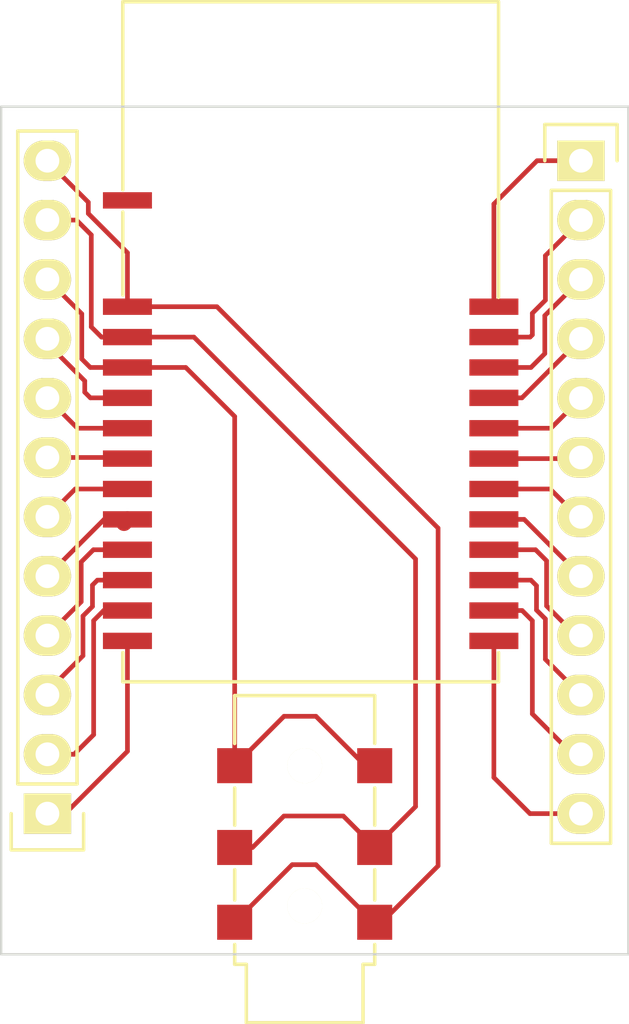
<source format=kicad_pcb>
(kicad_pcb (version 4) (host pcbnew 0.201506042310+5708~23~ubuntu14.04.1-product)

  (general
    (links 30)
    (no_connects 0)
    (area 139.671667 64.042999 172.748334 112.817173)
    (thickness 1.6)
    (drawings 4)
    (tracks 115)
    (zones 0)
    (modules 4)
    (nets 25)
  )

  (page A4)
  (layers
    (0 F.Cu signal)
    (31 B.Cu signal)
    (32 B.Adhes user)
    (33 F.Adhes user)
    (34 B.Paste user)
    (35 F.Paste user)
    (36 B.SilkS user)
    (37 F.SilkS user)
    (38 B.Mask user)
    (39 F.Mask user)
    (40 Dwgs.User user)
    (41 Cmts.User user)
    (42 Eco1.User user)
    (43 Eco2.User user)
    (44 Edge.Cuts user)
    (45 Margin user)
    (46 B.CrtYd user)
    (47 F.CrtYd user)
    (48 B.Fab user)
    (49 F.Fab user)
  )

  (setup
    (last_trace_width 0.2)
    (trace_clearance 0.2)
    (zone_clearance 0.508)
    (zone_45_only no)
    (trace_min 0.2)
    (segment_width 0.2)
    (edge_width 0.1)
    (via_size 0.6)
    (via_drill 0.4)
    (via_min_size 0.4)
    (via_min_drill 0.3)
    (uvia_size 0.3)
    (uvia_drill 0.1)
    (uvias_allowed no)
    (uvia_min_size 0.2)
    (uvia_min_drill 0.1)
    (pcb_text_width 0.3)
    (pcb_text_size 1.5 1.5)
    (mod_edge_width 0.15)
    (mod_text_size 1 1)
    (mod_text_width 0.15)
    (pad_size 1.5 1.5)
    (pad_drill 0.6)
    (pad_to_mask_clearance 0)
    (aux_axis_origin 0 0)
    (visible_elements FFFFFF7F)
    (pcbplotparams
      (layerselection 0x00030_80000001)
      (usegerberextensions false)
      (excludeedgelayer true)
      (linewidth 0.100000)
      (plotframeref false)
      (viasonmask false)
      (mode 1)
      (useauxorigin false)
      (hpglpennumber 1)
      (hpglpenspeed 20)
      (hpglpendiameter 15)
      (hpglpenoverlay 2)
      (psnegative false)
      (psa4output false)
      (plotreference true)
      (plotvalue true)
      (plotinvisibletext false)
      (padsonsilk false)
      (subtractmaskfromsilk false)
      (outputformat 1)
      (mirror false)
      (drillshape 1)
      (scaleselection 1)
      (outputdirectory ""))
  )

  (net 0 "")
  (net 1 "Net-(J1-Pad1)")
  (net 2 "Net-(J1-Pad2)")
  (net 3 "Net-(J1-Pad5)")
  (net 4 "Net-(P1-Pad1)")
  (net 5 "Net-(P1-Pad2)")
  (net 6 "Net-(P1-Pad3)")
  (net 7 "Net-(P1-Pad4)")
  (net 8 "Net-(P1-Pad5)")
  (net 9 "Net-(P1-Pad6)")
  (net 10 "Net-(P1-Pad7)")
  (net 11 "Net-(P1-Pad8)")
  (net 12 "Net-(P1-Pad9)")
  (net 13 "Net-(P2-Pad1)")
  (net 14 "Net-(P2-Pad2)")
  (net 15 "Net-(P2-Pad3)")
  (net 16 "Net-(P2-Pad4)")
  (net 17 "Net-(P2-Pad5)")
  (net 18 "Net-(P2-Pad6)")
  (net 19 "Net-(P2-Pad7)")
  (net 20 "Net-(P2-Pad8)")
  (net 21 "Net-(P2-Pad9)")
  (net 22 "Net-(P2-Pad10)")
  (net 23 "Net-(P2-Pad11)")
  (net 24 "Net-(P2-Pad12)")

  (net_class Default "This is the default net class."
    (clearance 0.2)
    (trace_width 0.2)
    (via_dia 0.6)
    (via_drill 0.4)
    (uvia_dia 0.3)
    (uvia_drill 0.1)
    (add_net "Net-(J1-Pad1)")
    (add_net "Net-(J1-Pad2)")
    (add_net "Net-(J1-Pad5)")
    (add_net "Net-(P1-Pad1)")
    (add_net "Net-(P1-Pad2)")
    (add_net "Net-(P1-Pad3)")
    (add_net "Net-(P1-Pad4)")
    (add_net "Net-(P1-Pad5)")
    (add_net "Net-(P1-Pad6)")
    (add_net "Net-(P1-Pad7)")
    (add_net "Net-(P1-Pad8)")
    (add_net "Net-(P1-Pad9)")
    (add_net "Net-(P2-Pad1)")
    (add_net "Net-(P2-Pad10)")
    (add_net "Net-(P2-Pad11)")
    (add_net "Net-(P2-Pad12)")
    (add_net "Net-(P2-Pad2)")
    (add_net "Net-(P2-Pad3)")
    (add_net "Net-(P2-Pad4)")
    (add_net "Net-(P2-Pad5)")
    (add_net "Net-(P2-Pad6)")
    (add_net "Net-(P2-Pad7)")
    (add_net "Net-(P2-Pad8)")
    (add_net "Net-(P2-Pad9)")
  )

  (module Pin_Headers:Pin_Header_Straight_1x12 (layer F.Cu) (tedit 55784C76) (tstamp 5576E171)
    (at 144.78 99.06 180)
    (descr "Through hole pin header")
    (tags "pin header")
    (path /5576DE6D)
    (fp_text reference P1 (at 0 -5.1 180) (layer F.SilkS) hide
      (effects (font (size 1 1) (thickness 0.15)))
    )
    (fp_text value CONN_01X12 (at 0 -3.1 180) (layer F.Fab) hide
      (effects (font (size 1 1) (thickness 0.15)))
    )
    (fp_line (start -1.75 -1.75) (end -1.75 29.7) (layer F.CrtYd) (width 0.05))
    (fp_line (start 1.75 -1.75) (end 1.75 29.7) (layer F.CrtYd) (width 0.05))
    (fp_line (start -1.75 -1.75) (end 1.75 -1.75) (layer F.CrtYd) (width 0.05))
    (fp_line (start -1.75 29.7) (end 1.75 29.7) (layer F.CrtYd) (width 0.05))
    (fp_line (start 1.27 1.27) (end 1.27 29.21) (layer F.SilkS) (width 0.15))
    (fp_line (start 1.27 29.21) (end -1.27 29.21) (layer F.SilkS) (width 0.15))
    (fp_line (start -1.27 29.21) (end -1.27 1.27) (layer F.SilkS) (width 0.15))
    (fp_line (start 1.55 -1.55) (end 1.55 0) (layer F.SilkS) (width 0.15))
    (fp_line (start 1.27 1.27) (end -1.27 1.27) (layer F.SilkS) (width 0.15))
    (fp_line (start -1.55 0) (end -1.55 -1.55) (layer F.SilkS) (width 0.15))
    (fp_line (start -1.55 -1.55) (end 1.55 -1.55) (layer F.SilkS) (width 0.15))
    (pad 1 thru_hole rect (at 0 0 180) (size 2.032 1.7272) (drill 1.016) (layers *.Cu *.Mask F.SilkS)
      (net 4 "Net-(P1-Pad1)"))
    (pad 2 thru_hole oval (at 0 2.54 180) (size 2.032 1.7272) (drill 1.016) (layers *.Cu *.Mask F.SilkS)
      (net 5 "Net-(P1-Pad2)"))
    (pad 3 thru_hole oval (at 0 5.08 180) (size 2.032 1.7272) (drill 1.016) (layers *.Cu *.Mask F.SilkS)
      (net 6 "Net-(P1-Pad3)"))
    (pad 4 thru_hole oval (at 0 7.62 180) (size 2.032 1.7272) (drill 1.016) (layers *.Cu *.Mask F.SilkS)
      (net 7 "Net-(P1-Pad4)"))
    (pad 5 thru_hole oval (at 0 10.16 180) (size 2.032 1.7272) (drill 1.016) (layers *.Cu *.Mask F.SilkS)
      (net 8 "Net-(P1-Pad5)"))
    (pad 6 thru_hole oval (at 0 12.7 180) (size 2.032 1.7272) (drill 1.016) (layers *.Cu *.Mask F.SilkS)
      (net 9 "Net-(P1-Pad6)"))
    (pad 7 thru_hole oval (at 0 15.24 180) (size 2.032 1.7272) (drill 1.016) (layers *.Cu *.Mask F.SilkS)
      (net 10 "Net-(P1-Pad7)"))
    (pad 8 thru_hole oval (at 0 17.78 180) (size 2.032 1.7272) (drill 1.016) (layers *.Cu *.Mask F.SilkS)
      (net 11 "Net-(P1-Pad8)"))
    (pad 9 thru_hole oval (at 0 20.32 180) (size 2.032 1.7272) (drill 1.016) (layers *.Cu *.Mask F.SilkS)
      (net 12 "Net-(P1-Pad9)"))
    (pad 10 thru_hole oval (at 0 22.86 180) (size 2.032 1.7272) (drill 1.016) (layers *.Cu *.Mask F.SilkS)
      (net 3 "Net-(J1-Pad5)"))
    (pad 11 thru_hole oval (at 0 25.4 180) (size 2.032 1.7272) (drill 1.016) (layers *.Cu *.Mask F.SilkS)
      (net 2 "Net-(J1-Pad2)"))
    (pad 12 thru_hole oval (at 0 27.94 180) (size 2.032 1.7272) (drill 1.016) (layers *.Cu *.Mask F.SilkS)
      (net 1 "Net-(J1-Pad1)"))
    (model Pin_Headers.3dshapes/Pin_Header_Straight_1x12.wrl
      (at (xyz 0 -0.55 0))
      (scale (xyz 1 1 1))
      (rotate (xyz 0 0 90))
    )
  )

  (module Pin_Headers:Pin_Header_Straight_1x12 (layer F.Cu) (tedit 55784C70) (tstamp 5576E181)
    (at 167.64 71.12)
    (descr "Through hole pin header")
    (tags "pin header")
    (path /5576DF5A)
    (fp_text reference P2 (at 0 -5.1) (layer F.SilkS) hide
      (effects (font (size 1 1) (thickness 0.15)))
    )
    (fp_text value CONN_01X12 (at 0 -3.1) (layer F.Fab) hide
      (effects (font (size 1 1) (thickness 0.15)))
    )
    (fp_line (start -1.75 -1.75) (end -1.75 29.7) (layer F.CrtYd) (width 0.05))
    (fp_line (start 1.75 -1.75) (end 1.75 29.7) (layer F.CrtYd) (width 0.05))
    (fp_line (start -1.75 -1.75) (end 1.75 -1.75) (layer F.CrtYd) (width 0.05))
    (fp_line (start -1.75 29.7) (end 1.75 29.7) (layer F.CrtYd) (width 0.05))
    (fp_line (start 1.27 1.27) (end 1.27 29.21) (layer F.SilkS) (width 0.15))
    (fp_line (start 1.27 29.21) (end -1.27 29.21) (layer F.SilkS) (width 0.15))
    (fp_line (start -1.27 29.21) (end -1.27 1.27) (layer F.SilkS) (width 0.15))
    (fp_line (start 1.55 -1.55) (end 1.55 0) (layer F.SilkS) (width 0.15))
    (fp_line (start 1.27 1.27) (end -1.27 1.27) (layer F.SilkS) (width 0.15))
    (fp_line (start -1.55 0) (end -1.55 -1.55) (layer F.SilkS) (width 0.15))
    (fp_line (start -1.55 -1.55) (end 1.55 -1.55) (layer F.SilkS) (width 0.15))
    (pad 1 thru_hole rect (at 0 0) (size 2.032 1.7272) (drill 1.016) (layers *.Cu *.Mask F.SilkS)
      (net 13 "Net-(P2-Pad1)"))
    (pad 2 thru_hole oval (at 0 2.54) (size 2.032 1.7272) (drill 1.016) (layers *.Cu *.Mask F.SilkS)
      (net 14 "Net-(P2-Pad2)"))
    (pad 3 thru_hole oval (at 0 5.08) (size 2.032 1.7272) (drill 1.016) (layers *.Cu *.Mask F.SilkS)
      (net 15 "Net-(P2-Pad3)"))
    (pad 4 thru_hole oval (at 0 7.62) (size 2.032 1.7272) (drill 1.016) (layers *.Cu *.Mask F.SilkS)
      (net 16 "Net-(P2-Pad4)"))
    (pad 5 thru_hole oval (at 0 10.16) (size 2.032 1.7272) (drill 1.016) (layers *.Cu *.Mask F.SilkS)
      (net 17 "Net-(P2-Pad5)"))
    (pad 6 thru_hole oval (at 0 12.7) (size 2.032 1.7272) (drill 1.016) (layers *.Cu *.Mask F.SilkS)
      (net 18 "Net-(P2-Pad6)"))
    (pad 7 thru_hole oval (at 0 15.24) (size 2.032 1.7272) (drill 1.016) (layers *.Cu *.Mask F.SilkS)
      (net 19 "Net-(P2-Pad7)"))
    (pad 8 thru_hole oval (at 0 17.78) (size 2.032 1.7272) (drill 1.016) (layers *.Cu *.Mask F.SilkS)
      (net 20 "Net-(P2-Pad8)"))
    (pad 9 thru_hole oval (at 0 20.32) (size 2.032 1.7272) (drill 1.016) (layers *.Cu *.Mask F.SilkS)
      (net 21 "Net-(P2-Pad9)"))
    (pad 10 thru_hole oval (at 0 22.86) (size 2.032 1.7272) (drill 1.016) (layers *.Cu *.Mask F.SilkS)
      (net 22 "Net-(P2-Pad10)"))
    (pad 11 thru_hole oval (at 0 25.4) (size 2.032 1.7272) (drill 1.016) (layers *.Cu *.Mask F.SilkS)
      (net 23 "Net-(P2-Pad11)"))
    (pad 12 thru_hole oval (at 0 27.94) (size 2.032 1.7272) (drill 1.016) (layers *.Cu *.Mask F.SilkS)
      (net 24 "Net-(P2-Pad12)"))
    (model Pin_Headers.3dshapes/Pin_Header_Straight_1x12.wrl
      (at (xyz 0 -0.55 0))
      (scale (xyz 1 1 1))
      (rotate (xyz 0 0 90))
    )
  )

  (module my_modules:XS3868 (layer F.Cu) (tedit 55784D7E) (tstamp 5576E19E)
    (at 148.209 93.218)
    (path /5576DBD3)
    (fp_text reference U1 (at 7.8 -18.7) (layer F.SilkS) hide
      (effects (font (size 1.5 1.5) (thickness 0.15)))
    )
    (fp_text value XS3860 (at 7.874 -21.463) (layer F.Fab)
      (effects (font (size 1.5 1.5) (thickness 0.15)))
    )
    (fp_line (start -0.2 -1.05) (end -0.2 0.2) (layer F.SilkS) (width 0.15))
    (fp_line (start -0.2 0.2) (end 15.9 0.2) (layer F.SilkS) (width 0.15))
    (fp_line (start 15.9 0.2) (end 15.9 -1.05) (layer F.SilkS) (width 0.15))
    (fp_line (start -0.2 -19.9) (end -0.2 -16.35) (layer F.SilkS) (width 0.15))
    (fp_line (start 15.9 -16.25) (end 15.9 -28.9) (layer F.SilkS) (width 0.15))
    (fp_line (start 15.9 -28.9) (end -0.2 -28.9) (layer F.SilkS) (width 0.15))
    (fp_line (start -0.2 -28.9) (end -0.2 -20.85) (layer F.SilkS) (width 0.15))
    (pad 1 smd rect (at 0 -20.4) (size 2.1 0.7) (layers F.Cu F.Paste F.Mask))
    (pad 2 smd rect (at 0 -15.85) (size 2.1 0.7) (layers F.Cu F.Paste F.Mask)
      (net 1 "Net-(J1-Pad1)"))
    (pad 3 smd rect (at 0 -14.55) (size 2.1 0.7) (layers F.Cu F.Paste F.Mask)
      (net 2 "Net-(J1-Pad2)"))
    (pad 4 smd rect (at 0 -13.25) (size 2.1 0.7) (layers F.Cu F.Paste F.Mask)
      (net 3 "Net-(J1-Pad5)"))
    (pad 5 smd rect (at 0 -11.95) (size 2.1 0.7) (layers F.Cu F.Paste F.Mask)
      (net 12 "Net-(P1-Pad9)"))
    (pad 6 smd rect (at 0 -10.65) (size 2.1 0.7) (layers F.Cu F.Paste F.Mask)
      (net 11 "Net-(P1-Pad8)"))
    (pad 7 smd rect (at 0 -9.35) (size 2.1 0.7) (layers F.Cu F.Paste F.Mask)
      (net 10 "Net-(P1-Pad7)"))
    (pad 8 smd rect (at 0 -8.05) (size 2.1 0.7) (layers F.Cu F.Paste F.Mask)
      (net 9 "Net-(P1-Pad6)"))
    (pad 9 smd rect (at 0 -6.75) (size 2.1 0.7) (layers F.Cu F.Paste F.Mask)
      (net 8 "Net-(P1-Pad5)"))
    (pad 10 smd rect (at 0 -5.45) (size 2.1 0.7) (layers F.Cu F.Paste F.Mask)
      (net 7 "Net-(P1-Pad4)"))
    (pad 11 smd rect (at 0 -4.15) (size 2.1 0.7) (layers F.Cu F.Paste F.Mask)
      (net 6 "Net-(P1-Pad3)"))
    (pad 12 smd rect (at 0 -2.85) (size 2.1 0.7) (layers F.Cu F.Paste F.Mask)
      (net 5 "Net-(P1-Pad2)"))
    (pad 13 smd rect (at 0 -1.55) (size 2.1 0.7) (layers F.Cu F.Paste F.Mask)
      (net 4 "Net-(P1-Pad1)"))
    (pad 25 smd rect (at 15.7 -15.85) (size 2.1 0.7) (layers F.Cu F.Paste F.Mask)
      (net 13 "Net-(P2-Pad1)"))
    (pad 24 smd rect (at 15.7 -14.55) (size 2.1 0.7) (layers F.Cu F.Paste F.Mask)
      (net 14 "Net-(P2-Pad2)"))
    (pad 23 smd rect (at 15.7 -13.25) (size 2.1 0.7) (layers F.Cu F.Paste F.Mask)
      (net 15 "Net-(P2-Pad3)"))
    (pad 22 smd rect (at 15.7 -11.95) (size 2.1 0.7) (layers F.Cu F.Paste F.Mask)
      (net 16 "Net-(P2-Pad4)"))
    (pad 21 smd rect (at 15.7 -10.65) (size 2.1 0.7) (layers F.Cu F.Paste F.Mask)
      (net 17 "Net-(P2-Pad5)"))
    (pad 20 smd rect (at 15.7 -9.35) (size 2.1 0.7) (layers F.Cu F.Paste F.Mask)
      (net 18 "Net-(P2-Pad6)"))
    (pad 19 smd rect (at 15.7 -8.05) (size 2.1 0.7) (layers F.Cu F.Paste F.Mask)
      (net 19 "Net-(P2-Pad7)"))
    (pad 18 smd rect (at 15.7 -6.75) (size 2.1 0.7) (layers F.Cu F.Paste F.Mask)
      (net 20 "Net-(P2-Pad8)"))
    (pad 17 smd rect (at 15.7 -5.45) (size 2.1 0.7) (layers F.Cu F.Paste F.Mask)
      (net 21 "Net-(P2-Pad9)"))
    (pad 16 smd rect (at 15.7 -4.15) (size 2.1 0.7) (layers F.Cu F.Paste F.Mask)
      (net 22 "Net-(P2-Pad10)"))
    (pad 15 smd rect (at 15.7 -2.85) (size 2.1 0.7) (layers F.Cu F.Paste F.Mask)
      (net 23 "Net-(P2-Pad11)"))
    (pad 14 smd rect (at 15.7 -1.55) (size 2.1 0.7) (layers F.Cu F.Paste F.Mask)
      (net 24 "Net-(P2-Pad12)"))
  )

  (module my_modules:3.5mm_stereo_jack_PJ242 (layer F.Cu) (tedit 55784D73) (tstamp 55784CB1)
    (at 155.8036 103.7082 180)
    (path /5576DC76)
    (fp_text reference J1 (at -5.1816 -0.5334 180) (layer F.SilkS) hide
      (effects (font (size 0.39878 0.39878) (thickness 0.0508)))
    )
    (fp_text value "" (at 7.2 3 270) (layer F.SilkS) hide
      (effects (font (thickness 0.3048)))
    )
    (fp_line (start -3 2.25) (end -3 0.95) (layer F.SilkS) (width 0.15))
    (fp_line (start -3 5.75) (end -3 4.15) (layer F.SilkS) (width 0.15))
    (fp_line (start 3 7.65) (end 3 9.7) (layer F.SilkS) (width 0.15))
    (fp_line (start 3 9.7) (end -3 9.7) (layer F.SilkS) (width 0.15))
    (fp_line (start -3 9.7) (end -3 7.65) (layer F.SilkS) (width 0.15))
    (fp_line (start 3 4.15) (end 3 5.75) (layer F.SilkS) (width 0.15))
    (fp_line (start 3 0.95) (end 3 2.25) (layer F.SilkS) (width 0.15))
    (fp_line (start -3 -0.95) (end -3 -1.8) (layer F.SilkS) (width 0.15))
    (fp_line (start -3 -1.8) (end -2.5 -1.8) (layer F.SilkS) (width 0.15))
    (fp_line (start -2.5 -1.8) (end -2.5 -4.3) (layer F.SilkS) (width 0.15))
    (fp_line (start -2.5 -4.3) (end 2.5 -4.3) (layer F.SilkS) (width 0.15))
    (fp_line (start 2.5 -4.3) (end 2.5 -1.8) (layer F.SilkS) (width 0.15))
    (fp_line (start 2.5 -1.8) (end 3 -1.8) (layer F.SilkS) (width 0.15))
    (fp_line (start 3 -1.8) (end 3 -0.95) (layer F.SilkS) (width 0.15))
    (pad 5 smd rect (at 3 6.7 180) (size 1.5 1.5) (layers F.Cu F.Paste F.Mask)
      (net 3 "Net-(J1-Pad5)"))
    (pad 5 smd rect (at -3 6.7 180) (size 1.5 1.5) (layers F.Cu F.Paste F.Mask)
      (net 3 "Net-(J1-Pad5)"))
    (pad 2 smd rect (at -3 3.2 180) (size 1.5 1.5) (layers F.Cu F.Paste F.Mask)
      (net 2 "Net-(J1-Pad2)"))
    (pad 1 smd rect (at 3 0 180) (size 1.5 1.5) (layers F.Cu F.Paste F.Mask)
      (net 1 "Net-(J1-Pad1)"))
    (pad "" np_thru_hole circle (at 0 6.7 180) (size 1.5 1.5) (drill 1.5) (layers *.Cu *.Mask F.SilkS))
    (pad 2 smd rect (at 3 3.2 180) (size 1.5 1.5) (layers F.Cu F.Paste F.Mask)
      (net 2 "Net-(J1-Pad2)"))
    (pad 1 smd rect (at -3 0 180) (size 1.5 1.5) (layers F.Cu F.Paste F.Mask)
      (net 1 "Net-(J1-Pad1)"))
    (pad "" np_thru_hole circle (at 0 0.7 180) (size 1.5 1.5) (drill 1.5) (layers *.Cu *.Mask F.SilkS))
  )

  (gr_line (start 142.7988 68.8086) (end 169.672 68.8086) (angle 90) (layer Edge.Cuts) (width 0.1))
  (gr_line (start 142.7988 105.0798) (end 142.7988 68.8086) (angle 90) (layer Edge.Cuts) (width 0.1))
  (gr_line (start 169.672 105.0798) (end 142.7988 105.0798) (angle 90) (layer Edge.Cuts) (width 0.1))
  (gr_line (start 169.672 68.8086) (end 169.672 105.0798) (angle 90) (layer Edge.Cuts) (width 0.1))

  (segment (start 148.209 75.057) (end 148.209 77.368) (width 0.2) (layer F.Cu) (net 1) (tstamp 55784FA1))
  (segment (start 146.5326 73.3806) (end 148.209 75.057) (width 0.2) (layer F.Cu) (net 1) (tstamp 55784FA0))
  (segment (start 146.5326 72.898) (end 146.5326 73.3806) (width 0.2) (layer F.Cu) (net 1) (tstamp 55784F9F))
  (segment (start 144.78 71.1454) (end 146.5326 72.898) (width 0.2) (layer F.Cu) (net 1) (tstamp 55784F9E))
  (segment (start 144.78 71.12) (end 144.78 71.1454) (width 0.2) (layer F.Cu) (net 1))
  (segment (start 155.2674 101.2444) (end 152.8036 103.7082) (width 0.2) (layer F.Cu) (net 1) (tstamp 5578502D))
  (segment (start 156.2862 101.2444) (end 155.2674 101.2444) (width 0.2) (layer F.Cu) (net 1) (tstamp 5578502B))
  (segment (start 158.75 103.7082) (end 156.2862 101.2444) (width 0.2) (layer F.Cu) (net 1) (tstamp 5578502A))
  (segment (start 158.8036 103.7082) (end 158.75 103.7082) (width 0.2) (layer F.Cu) (net 1))
  (segment (start 161.5186 101.2952) (end 161.5186 86.8426) (width 0.2) (layer F.Cu) (net 1) (tstamp 5578504F))
  (segment (start 161.5186 86.8426) (end 152.044 77.368) (width 0.2) (layer F.Cu) (net 1) (tstamp 55785051))
  (segment (start 152.044 77.368) (end 148.209 77.368) (width 0.2) (layer F.Cu) (net 1) (tstamp 55785053))
  (segment (start 159.1056 103.7082) (end 161.5186 101.2952) (width 0.2) (layer F.Cu) (net 1) (tstamp 5578504E))
  (segment (start 158.8036 103.7082) (end 159.1056 103.7082) (width 0.2) (layer F.Cu) (net 1))
  (segment (start 147.0956 78.668) (end 146.6596 78.232) (width 0.2) (layer F.Cu) (net 2) (tstamp 55784F98))
  (segment (start 146.6596 78.232) (end 146.6596 74.295) (width 0.2) (layer F.Cu) (net 2) (tstamp 55784F99))
  (segment (start 146.6596 74.295) (end 146.0246 73.66) (width 0.2) (layer F.Cu) (net 2) (tstamp 55784F9A))
  (segment (start 146.0246 73.66) (end 144.78 73.66) (width 0.2) (layer F.Cu) (net 2) (tstamp 55784F9B))
  (segment (start 148.209 78.668) (end 147.0956 78.668) (width 0.2) (layer F.Cu) (net 2))
  (segment (start 157.457 99.1616) (end 158.8036 100.5082) (width 0.2) (layer F.Cu) (net 2) (tstamp 55785035))
  (segment (start 154.9146 99.1616) (end 157.457 99.1616) (width 0.2) (layer F.Cu) (net 2) (tstamp 55785033))
  (segment (start 153.568 100.5082) (end 154.9146 99.1616) (width 0.2) (layer F.Cu) (net 2) (tstamp 55785032))
  (segment (start 152.8036 100.5082) (end 153.568 100.5082) (width 0.2) (layer F.Cu) (net 2))
  (segment (start 151.058 78.668) (end 160.5534 88.1634) (width 0.2) (layer F.Cu) (net 2) (tstamp 55785046))
  (segment (start 160.5534 88.1634) (end 160.5534 98.7584) (width 0.2) (layer F.Cu) (net 2) (tstamp 55785048))
  (segment (start 160.5534 98.7584) (end 158.8036 100.5082) (width 0.2) (layer F.Cu) (net 2) (tstamp 5578504A))
  (segment (start 148.209 78.668) (end 151.058 78.668) (width 0.2) (layer F.Cu) (net 2))
  (segment (start 146.2532 77.6732) (end 144.78 76.2) (width 0.2) (layer F.Cu) (net 3) (tstamp 55784F94))
  (segment (start 146.2532 79.6036) (end 146.2532 77.6732) (width 0.2) (layer F.Cu) (net 3) (tstamp 55784F93))
  (segment (start 146.6176 79.968) (end 146.2532 79.6036) (width 0.2) (layer F.Cu) (net 3) (tstamp 55784F92))
  (segment (start 148.209 79.968) (end 146.6176 79.968) (width 0.2) (layer F.Cu) (net 3))
  (segment (start 154.9174 94.8944) (end 152.8036 97.0082) (width 0.2) (layer F.Cu) (net 3) (tstamp 5578503C))
  (segment (start 156.2862 94.8944) (end 154.9174 94.8944) (width 0.2) (layer F.Cu) (net 3) (tstamp 5578503A))
  (segment (start 158.4 97.0082) (end 156.2862 94.8944) (width 0.2) (layer F.Cu) (net 3) (tstamp 55785039))
  (segment (start 158.8036 97.0082) (end 158.4 97.0082) (width 0.2) (layer F.Cu) (net 3))
  (segment (start 152.8036 82.0646) (end 150.707 79.968) (width 0.2) (layer F.Cu) (net 3) (tstamp 55785040))
  (segment (start 150.707 79.968) (end 148.209 79.968) (width 0.2) (layer F.Cu) (net 3) (tstamp 55785042))
  (segment (start 152.8036 97.0082) (end 152.8036 82.0646) (width 0.2) (layer F.Cu) (net 3))
  (segment (start 145.542 99.06) (end 147.574 97.028) (width 0.2) (layer F.Cu) (net 4) (tstamp 55784FC3))
  (segment (start 144.78 99.06) (end 145.542 99.06) (width 0.2) (layer F.Cu) (net 4))
  (segment (start 148.209 96.393) (end 147.574 97.028) (width 0.2) (layer F.Cu) (net 4) (tstamp 55784FC9))
  (segment (start 148.209 91.668) (end 148.209 96.393) (width 0.2) (layer F.Cu) (net 4))
  (segment (start 145.923 96.52) (end 144.78 96.52) (width 0.2) (layer F.Cu) (net 5) (tstamp 55784FBF))
  (segment (start 146.7612 95.6818) (end 145.923 96.52) (width 0.2) (layer F.Cu) (net 5) (tstamp 55784FBE))
  (segment (start 146.7612 90.798602) (end 146.7612 95.6818) (width 0.2) (layer F.Cu) (net 5) (tstamp 55784FBD))
  (segment (start 147.191802 90.368) (end 146.7612 90.798602) (width 0.2) (layer F.Cu) (net 5) (tstamp 55784FBC))
  (segment (start 148.209 90.368) (end 147.191802 90.368) (width 0.2) (layer F.Cu) (net 5))
  (segment (start 146.9234 89.068) (end 148.209 89.068) (width 0.2) (layer F.Cu) (net 6) (tstamp 55784FB9))
  (segment (start 146.7104 89.281) (end 146.9234 89.068) (width 0.2) (layer F.Cu) (net 6) (tstamp 55784FB8))
  (segment (start 146.7104 90.1954) (end 146.7104 89.281) (width 0.2) (layer F.Cu) (net 6) (tstamp 55784FB7))
  (segment (start 146.304 90.6018) (end 146.7104 90.1954) (width 0.2) (layer F.Cu) (net 6) (tstamp 55784FB6))
  (segment (start 146.304 92.3036) (end 146.304 90.6018) (width 0.2) (layer F.Cu) (net 6) (tstamp 55784FB4))
  (segment (start 144.78 93.8276) (end 146.304 92.3036) (width 0.2) (layer F.Cu) (net 6) (tstamp 55784FB3))
  (segment (start 144.78 93.98) (end 144.78 93.8276) (width 0.2) (layer F.Cu) (net 6))
  (segment (start 146.7502 87.768) (end 146.2278 88.2904) (width 0.2) (layer F.Cu) (net 7) (tstamp 55784FAD))
  (segment (start 146.2278 88.2904) (end 146.2278 89.9922) (width 0.2) (layer F.Cu) (net 7) (tstamp 55784FAE))
  (segment (start 146.2278 89.9922) (end 144.78 91.44) (width 0.2) (layer F.Cu) (net 7) (tstamp 55784FAF))
  (segment (start 148.209 87.768) (end 146.7502 87.768) (width 0.2) (layer F.Cu) (net 7))
  (segment (start 148.063 86.614) (end 148.209 86.468) (width 0.7) (layer F.Cu) (net 8) (tstamp 55784E52))
  (segment (start 147.212 86.468) (end 144.78 88.9) (width 0.2) (layer F.Cu) (net 8) (tstamp 55784FA9))
  (segment (start 148.209 86.468) (end 147.212 86.468) (width 0.2) (layer F.Cu) (net 8))
  (segment (start 145.972 85.168) (end 144.78 86.36) (width 0.2) (layer F.Cu) (net 9) (tstamp 55784FA5))
  (segment (start 148.209 85.168) (end 145.972 85.168) (width 0.2) (layer F.Cu) (net 9))
  (segment (start 148.161 83.82) (end 148.209 83.868) (width 0.2) (layer F.Cu) (net 10) (tstamp 55784F85))
  (segment (start 144.78 83.82) (end 148.161 83.82) (width 0.2) (layer F.Cu) (net 10))
  (segment (start 146.068 82.568) (end 144.78 81.28) (width 0.2) (layer F.Cu) (net 11) (tstamp 55784F88))
  (segment (start 148.209 82.568) (end 146.068 82.568) (width 0.2) (layer F.Cu) (net 11))
  (segment (start 146.6222 81.268) (end 148.209 81.268) (width 0.2) (layer F.Cu) (net 12) (tstamp 55784F8F))
  (segment (start 146.3802 81.026) (end 146.6222 81.268) (width 0.2) (layer F.Cu) (net 12) (tstamp 55784F8E))
  (segment (start 146.3802 80.5434) (end 146.3802 81.026) (width 0.2) (layer F.Cu) (net 12) (tstamp 55784F8D))
  (segment (start 144.78 78.9432) (end 146.3802 80.5434) (width 0.2) (layer F.Cu) (net 12) (tstamp 55784F8C))
  (segment (start 144.78 78.74) (end 144.78 78.9432) (width 0.2) (layer F.Cu) (net 12))
  (segment (start 163.909 72.9714) (end 165.7604 71.12) (width 0.2) (layer F.Cu) (net 13) (tstamp 5578500A))
  (segment (start 165.7604 71.12) (end 167.64 71.12) (width 0.2) (layer F.Cu) (net 13) (tstamp 5578500C))
  (segment (start 163.909 77.368) (end 163.909 72.9714) (width 0.2) (layer F.Cu) (net 13))
  (segment (start 165.4598 78.668) (end 165.5572 78.5706) (width 0.2) (layer F.Cu) (net 14) (tstamp 55785002))
  (segment (start 165.5572 78.5706) (end 165.5572 77.6478) (width 0.2) (layer F.Cu) (net 14) (tstamp 55785003))
  (segment (start 165.5572 77.6478) (end 166.116 77.089) (width 0.2) (layer F.Cu) (net 14) (tstamp 55785004))
  (segment (start 166.116 77.089) (end 166.116 75.184) (width 0.2) (layer F.Cu) (net 14) (tstamp 55785005))
  (segment (start 166.116 75.184) (end 167.64 73.66) (width 0.2) (layer F.Cu) (net 14) (tstamp 55785006))
  (segment (start 163.909 78.668) (end 165.4598 78.668) (width 0.2) (layer F.Cu) (net 14))
  (segment (start 165.4976 79.968) (end 166.0906 79.375) (width 0.2) (layer F.Cu) (net 15) (tstamp 55784FFC))
  (segment (start 166.0906 79.375) (end 166.0906 77.7494) (width 0.2) (layer F.Cu) (net 15) (tstamp 55784FFD))
  (segment (start 166.0906 77.7494) (end 167.64 76.2) (width 0.2) (layer F.Cu) (net 15) (tstamp 55784FFE))
  (segment (start 163.909 79.968) (end 165.4976 79.968) (width 0.2) (layer F.Cu) (net 15))
  (segment (start 165.112 81.268) (end 167.64 78.74) (width 0.2) (layer F.Cu) (net 16) (tstamp 55784FF8))
  (segment (start 163.909 81.268) (end 165.112 81.268) (width 0.2) (layer F.Cu) (net 16))
  (segment (start 166.352 82.568) (end 167.64 81.28) (width 0.2) (layer F.Cu) (net 17) (tstamp 55784FF4))
  (segment (start 163.909 82.568) (end 166.352 82.568) (width 0.2) (layer F.Cu) (net 17))
  (segment (start 167.592 83.868) (end 167.64 83.82) (width 0.2) (layer F.Cu) (net 18) (tstamp 55784FD2))
  (segment (start 163.909 83.868) (end 167.592 83.868) (width 0.2) (layer F.Cu) (net 18))
  (segment (start 166.321 85.168) (end 163.909 85.168) (width 0.2) (layer F.Cu) (net 19) (tstamp 55784FD6))
  (segment (start 167.513 86.36) (end 166.321 85.168) (width 0.2) (layer F.Cu) (net 19) (tstamp 55784FD5))
  (segment (start 167.64 86.36) (end 167.513 86.36) (width 0.2) (layer F.Cu) (net 19))
  (segment (start 165.208 86.468) (end 167.64 88.9) (width 0.2) (layer F.Cu) (net 20) (tstamp 55784FDA))
  (segment (start 163.909 86.468) (end 165.208 86.468) (width 0.2) (layer F.Cu) (net 20))
  (segment (start 165.6952 87.768) (end 163.909 87.768) (width 0.2) (layer F.Cu) (net 21) (tstamp 55784FE2))
  (segment (start 166.1668 88.2396) (end 165.6952 87.768) (width 0.2) (layer F.Cu) (net 21) (tstamp 55784FE1))
  (segment (start 166.1668 90.17) (end 166.1668 88.2396) (width 0.2) (layer F.Cu) (net 21) (tstamp 55784FDF))
  (segment (start 167.4368 91.44) (end 166.1668 90.17) (width 0.2) (layer F.Cu) (net 21) (tstamp 55784FDE))
  (segment (start 167.64 91.44) (end 167.4368 91.44) (width 0.2) (layer F.Cu) (net 21))
  (segment (start 165.4966 89.068) (end 165.735 89.3064) (width 0.2) (layer F.Cu) (net 22) (tstamp 55784FE5))
  (segment (start 165.735 89.3064) (end 165.735 90.3478) (width 0.2) (layer F.Cu) (net 22) (tstamp 55784FE6))
  (segment (start 165.735 90.3478) (end 166.116 90.7288) (width 0.2) (layer F.Cu) (net 22) (tstamp 55784FE7))
  (segment (start 166.116 90.7288) (end 166.116 92.456) (width 0.2) (layer F.Cu) (net 22) (tstamp 55784FE8))
  (segment (start 166.116 92.456) (end 167.64 93.98) (width 0.2) (layer F.Cu) (net 22) (tstamp 55784FE9))
  (segment (start 163.909 89.068) (end 165.4966 89.068) (width 0.2) (layer F.Cu) (net 22))
  (segment (start 165.1202 90.368) (end 163.909 90.368) (width 0.2) (layer F.Cu) (net 23) (tstamp 55784FF1))
  (segment (start 165.5572 90.805) (end 165.1202 90.368) (width 0.2) (layer F.Cu) (net 23) (tstamp 55784FF0))
  (segment (start 165.5572 94.7928) (end 165.5572 90.805) (width 0.2) (layer F.Cu) (net 23) (tstamp 55784FEE))
  (segment (start 167.2844 96.52) (end 165.5572 94.7928) (width 0.2) (layer F.Cu) (net 23) (tstamp 55784FED))
  (segment (start 167.64 96.52) (end 167.2844 96.52) (width 0.2) (layer F.Cu) (net 23))
  (segment (start 165.4556 99.06) (end 163.909 97.5134) (width 0.2) (layer F.Cu) (net 24) (tstamp 55784FCC))
  (segment (start 163.909 97.5134) (end 163.909 91.668) (width 0.2) (layer F.Cu) (net 24) (tstamp 55784FCE))
  (segment (start 167.64 99.06) (end 165.4556 99.06) (width 0.2) (layer F.Cu) (net 24))

)

</source>
